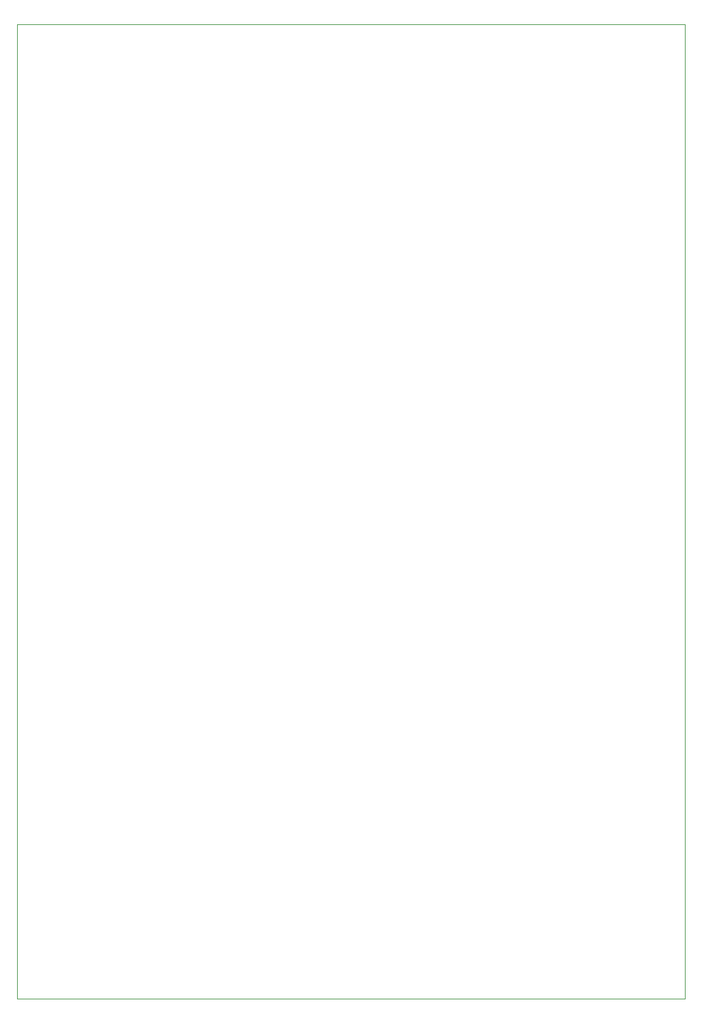
<source format=gm1>
%TF.GenerationSoftware,KiCad,Pcbnew,8.0.8-8.0.8-0~ubuntu24.04.1*%
%TF.CreationDate,2025-01-19T21:36:05-03:00*%
%TF.ProjectId,conection,636f6e65-6374-4696-9f6e-2e6b69636164,rev?*%
%TF.SameCoordinates,Original*%
%TF.FileFunction,Profile,NP*%
%FSLAX46Y46*%
G04 Gerber Fmt 4.6, Leading zero omitted, Abs format (unit mm)*
G04 Created by KiCad (PCBNEW 8.0.8-8.0.8-0~ubuntu24.04.1) date 2025-01-19 21:36:05*
%MOMM*%
%LPD*%
G01*
G04 APERTURE LIST*
%TA.AperFunction,Profile*%
%ADD10C,0.050000*%
%TD*%
G04 APERTURE END LIST*
D10*
X76980000Y-28300000D02*
X163050000Y-28300000D01*
X163050000Y-153800000D01*
X76980000Y-153800000D01*
X76980000Y-28300000D01*
M02*

</source>
